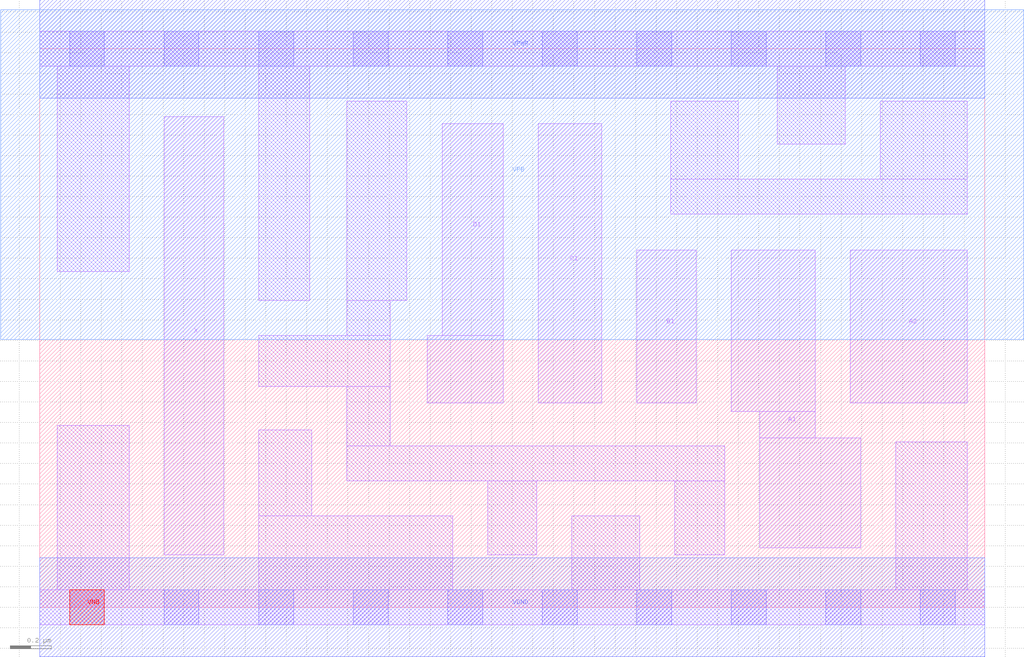
<source format=lef>
# Copyright 2020 The SkyWater PDK Authors
#
# Licensed under the Apache License, Version 2.0 (the "License");
# you may not use this file except in compliance with the License.
# You may obtain a copy of the License at
#
#     https://www.apache.org/licenses/LICENSE-2.0
#
# Unless required by applicable law or agreed to in writing, software
# distributed under the License is distributed on an "AS IS" BASIS,
# WITHOUT WARRANTIES OR CONDITIONS OF ANY KIND, either express or implied.
# See the License for the specific language governing permissions and
# limitations under the License.
#
# SPDX-License-Identifier: Apache-2.0

VERSION 5.7 ;
  NOWIREEXTENSIONATPIN ON ;
  DIVIDERCHAR "/" ;
  BUSBITCHARS "[]" ;
MACRO sky130_fd_sc_hd__a2111o_2
  CLASS CORE ;
  FOREIGN sky130_fd_sc_hd__a2111o_2 ;
  ORIGIN  0.000000  0.000000 ;
  SIZE  4.600000 BY  2.720000 ;
  SYMMETRY X Y R90 ;
  SITE unithd ;
  PIN A1
    ANTENNAGATEAREA  0.247500 ;
    DIRECTION INPUT ;
    USE SIGNAL ;
    PORT
      LAYER li1 ;
        RECT 3.365000 0.955000 3.775000 1.740000 ;
        RECT 3.505000 0.290000 3.995000 0.825000 ;
        RECT 3.505000 0.825000 3.775000 0.955000 ;
    END
  END A1
  PIN A2
    ANTENNAGATEAREA  0.247500 ;
    DIRECTION INPUT ;
    USE SIGNAL ;
    PORT
      LAYER li1 ;
        RECT 3.945000 0.995000 4.515000 1.740000 ;
    END
  END A2
  PIN B1
    ANTENNAGATEAREA  0.247500 ;
    DIRECTION INPUT ;
    USE SIGNAL ;
    PORT
      LAYER li1 ;
        RECT 2.905000 0.995000 3.195000 1.740000 ;
    END
  END B1
  PIN C1
    ANTENNAGATEAREA  0.247500 ;
    DIRECTION INPUT ;
    USE SIGNAL ;
    PORT
      LAYER li1 ;
        RECT 2.425000 0.995000 2.735000 2.355000 ;
    END
  END C1
  PIN D1
    ANTENNAGATEAREA  0.247500 ;
    DIRECTION INPUT ;
    USE SIGNAL ;
    PORT
      LAYER li1 ;
        RECT 1.885000 0.995000 2.255000 1.325000 ;
        RECT 1.960000 1.325000 2.255000 2.355000 ;
    END
  END D1
  PIN VNB
    PORT
      LAYER pwell ;
        RECT 0.145000 -0.085000 0.315000 0.085000 ;
    END
  END VNB
  PIN VPB
    PORT
      LAYER nwell ;
        RECT -0.190000 1.305000 4.790000 2.910000 ;
    END
  END VPB
  PIN X
    ANTENNADIFFAREA  0.462000 ;
    DIRECTION OUTPUT ;
    USE SIGNAL ;
    PORT
      LAYER li1 ;
        RECT 0.605000 0.255000 0.895000 2.390000 ;
    END
  END X
  PIN VGND
    DIRECTION INOUT ;
    SHAPE ABUTMENT ;
    USE GROUND ;
    PORT
      LAYER met1 ;
        RECT 0.000000 -0.240000 4.600000 0.240000 ;
    END
  END VGND
  PIN VPWR
    DIRECTION INOUT ;
    SHAPE ABUTMENT ;
    USE POWER ;
    PORT
      LAYER met1 ;
        RECT 0.000000 2.480000 4.600000 2.960000 ;
    END
  END VPWR
  OBS
    LAYER li1 ;
      RECT 0.000000 -0.085000 4.600000 0.085000 ;
      RECT 0.000000  2.635000 4.600000 2.805000 ;
      RECT 0.085000  0.085000 0.435000 0.885000 ;
      RECT 0.085000  1.635000 0.435000 2.635000 ;
      RECT 1.065000  0.085000 2.010000 0.445000 ;
      RECT 1.065000  0.445000 1.325000 0.865000 ;
      RECT 1.065000  1.075000 1.705000 1.325000 ;
      RECT 1.065000  1.495000 1.315000 2.635000 ;
      RECT 1.495000  0.615000 3.335000 0.785000 ;
      RECT 1.495000  0.785000 1.705000 1.075000 ;
      RECT 1.495000  1.325000 1.705000 1.495000 ;
      RECT 1.495000  1.495000 1.785000 2.465000 ;
      RECT 2.180000  0.255000 2.420000 0.615000 ;
      RECT 2.590000  0.085000 2.920000 0.445000 ;
      RECT 3.070000  1.915000 4.515000 2.085000 ;
      RECT 3.070000  2.085000 3.400000 2.465000 ;
      RECT 3.090000  0.255000 3.335000 0.615000 ;
      RECT 3.590000  2.255000 3.920000 2.635000 ;
      RECT 4.090000  2.085000 4.515000 2.465000 ;
      RECT 4.165000  0.085000 4.515000 0.805000 ;
    LAYER mcon ;
      RECT 0.145000 -0.085000 0.315000 0.085000 ;
      RECT 0.145000  2.635000 0.315000 2.805000 ;
      RECT 0.605000 -0.085000 0.775000 0.085000 ;
      RECT 0.605000  2.635000 0.775000 2.805000 ;
      RECT 1.065000 -0.085000 1.235000 0.085000 ;
      RECT 1.065000  2.635000 1.235000 2.805000 ;
      RECT 1.525000 -0.085000 1.695000 0.085000 ;
      RECT 1.525000  2.635000 1.695000 2.805000 ;
      RECT 1.985000 -0.085000 2.155000 0.085000 ;
      RECT 1.985000  2.635000 2.155000 2.805000 ;
      RECT 2.445000 -0.085000 2.615000 0.085000 ;
      RECT 2.445000  2.635000 2.615000 2.805000 ;
      RECT 2.905000 -0.085000 3.075000 0.085000 ;
      RECT 2.905000  2.635000 3.075000 2.805000 ;
      RECT 3.365000 -0.085000 3.535000 0.085000 ;
      RECT 3.365000  2.635000 3.535000 2.805000 ;
      RECT 3.825000 -0.085000 3.995000 0.085000 ;
      RECT 3.825000  2.635000 3.995000 2.805000 ;
      RECT 4.285000 -0.085000 4.455000 0.085000 ;
      RECT 4.285000  2.635000 4.455000 2.805000 ;
  END
END sky130_fd_sc_hd__a2111o_2
END LIBRARY

</source>
